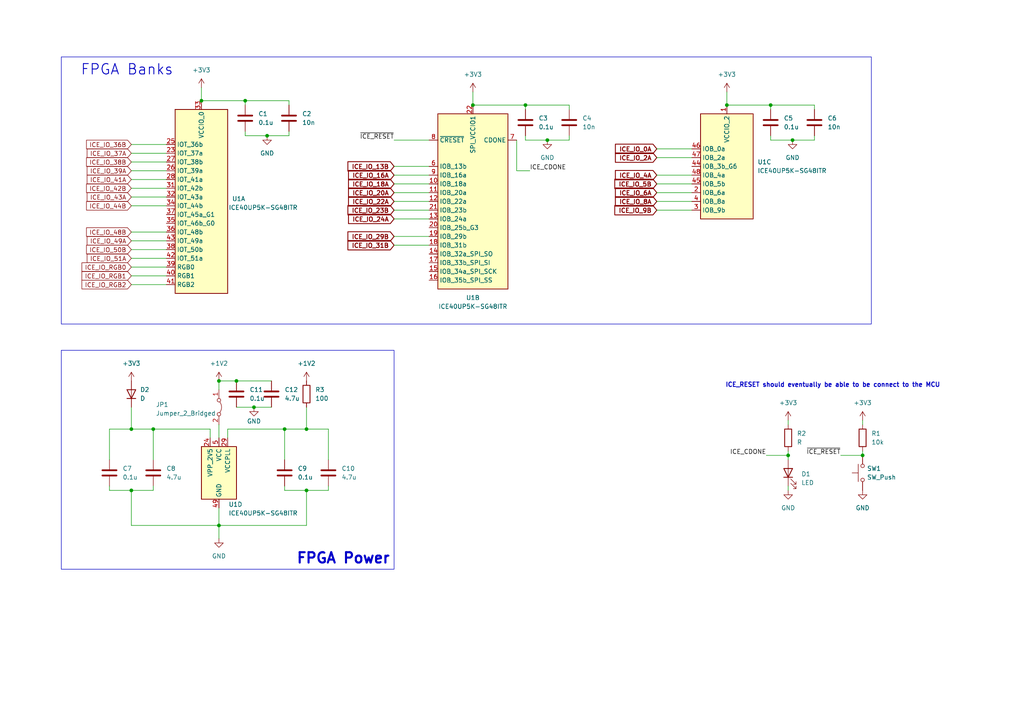
<source format=kicad_sch>
(kicad_sch (version 20231120) (generator "eeschema") (generator_version "8.0")
  (paper "A4")
  (lib_symbols
    (symbol "Device:C" (pin_numbers hide) (pin_names (offset 0.254))
      (property "Reference" "C" (at 0.635 2.54 0))
      (property "Value" "C" (at 0.635 -2.54 0))
      (symbol "C_0_1"
        (polyline (pts (xy -2.032 -0.762) (xy 2.032 -0.762)) (stroke (width 0.508)))
        (polyline (pts (xy -2.032 0.762) (xy 2.032 0.762)) (stroke (width 0.508)))
      )
      (symbol "C_1_1"
        (pin passive line (at 0 3.81 270) (length 2.794) (name "~") (number "1"))
        (pin passive line (at 0 -3.81 90) (length 2.794) (name "~") (number "2"))
      )
    )
    (symbol "Device:D" (pin_numbers hide) (pin_names (offset 1.016) hide)
      (property "Reference" "D" (at 0 2.54 0))
      (property "Value" "D" (at 0 -2.54 0))
      (symbol "D_0_1"
        (polyline (pts (xy -1.27 1.27) (xy -1.27 -1.27)) (stroke (width 0.254)))
        (polyline (pts (xy 1.27 0) (xy -1.27 0)))
        (polyline (pts (xy 1.27 1.27) (xy 1.27 -1.27) (xy -1.27 0) (xy 1.27 1.27)) (stroke (width 0.254)))
      )
      (symbol "D_1_1"
        (pin passive line (at -3.81 0 0) (length 2.54) (name "K") (number "1"))
        (pin passive line (at 3.81 0 180) (length 2.54) (name "A") (number "2"))
      )
    )
    (symbol "Device:LED" (pin_numbers hide) (pin_names (offset 1.016) hide)
      (property "Reference" "D" (at 0 2.54 0))
      (property "Value" "LED" (at 0 -2.54 0))
      (symbol "LED_0_1"
        (polyline (pts (xy -1.27 -1.27) (xy -1.27 1.27)) (stroke (width 0.254)))
        (polyline (pts (xy -1.27 0) (xy 1.27 0)))
        (polyline (pts (xy 1.27 -1.27) (xy 1.27 1.27) (xy -1.27 0) (xy 1.27 -1.27)) (stroke (width 0.254)))
        (polyline (pts (xy -3.048 -0.762) (xy -4.572 -2.286) (xy -3.81 -2.286) (xy -4.572 -2.286) (xy -4.572 -1.524)))
        (polyline (pts (xy -1.778 -0.762) (xy -3.302 -2.286) (xy -2.54 -2.286) (xy -3.302 -2.286) (xy -3.302 -1.524)))
      )
      (symbol "LED_1_1"
        (pin passive line (at -3.81 0 0) (length 2.54) (name "K") (number "1"))
        (pin passive line (at 3.81 0 180) (length 2.54) (name "A") (number "2"))
      )
    )
    (symbol "Device:R" (pin_numbers hide) (pin_names (offset 0))
      (property "Reference" "R" (at 2.032 0 90))
      (property "Value" "R" (at 0 0 90))
      (symbol "R_0_1"
        (rectangle (start -1.016 -2.54) (end 1.016 2.54) (stroke (width 0.254)))
      )
      (symbol "R_1_1"
        (pin passive line (at 0 3.81 270) (length 1.27) (name "~") (number "1"))
        (pin passive line (at 0 -3.81 90) (length 1.27) (name "~") (number "2"))
      )
    )
    (symbol "FPGA_Lattice:ICE40UP5K-SG48ITR"
      (property "Reference" "U" (at -8.89 -29.21 0))
      (property "Value" "ICE40UP5K-SG48ITR" (at 0 -31.75 0))
      (symbol "ICE40UP5K-SG48ITR_1_1"
        (rectangle (start -7.62 25.4) (end 7.62 -27.94) (stroke (width 0.254)) (fill (type background)))
        (pin bidirectional line (at -10.16 12.7 0) (length 2.54) (name "IOT_37a") (number "23"))
        (pin bidirectional line (at -10.16 15.24 0) (length 2.54) (name "IOT_36b") (number "25"))
        (pin bidirectional line (at -10.16 7.62 0) (length 2.54) (name "IOT_39a") (number "26"))
        (pin bidirectional line (at -10.16 10.16 0) (length 2.54) (name "IOT_38b") (number "27"))
        (pin bidirectional line (at -10.16 5.08 0) (length 2.54) (name "IOT_41a") (number "28"))
        (pin bidirectional line (at -10.16 2.54 0) (length 2.54) (name "IOT_42b") (number "31"))
        (pin bidirectional line (at -10.16 0 0) (length 2.54) (name "IOT_43a") (number "32"))
        (pin power_in line (at 0 27.94 270) (length 2.54) (name "VCCIO_0") (number "33"))
        (pin bidirectional line (at -10.16 -2.54 0) (length 2.54) (name "IOT_44b") (number "34"))
        (pin bidirectional line (at -10.16 -7.62 0) (length 2.54) (name "IOT_46b_G0") (number "35"))
        (pin bidirectional line (at -10.16 -10.16 0) (length 2.54) (name "IOT_48b") (number "36"))
        (pin bidirectional line (at -10.16 -5.08 0) (length 2.54) (name "IOT_45a_G1") (number "37"))
        (pin bidirectional line (at -10.16 -15.24 0) (length 2.54) (name "IOT_50b") (number "38"))
        (pin open_collector line (at -10.16 -20.32 0) (length 2.54) (name "RGB0") (number "39"))
        (pin open_collector line (at -10.16 -22.86 0) (length 2.54) (name "RGB1") (number "40"))
        (pin open_collector line (at -10.16 -25.4 0) (length 2.54) (name "RGB2") (number "41"))
        (pin bidirectional line (at -10.16 -17.78 0) (length 2.54) (name "IOT_51a") (number "42"))
        (pin bidirectional line (at -10.16 -12.7 0) (length 2.54) (name "IOT_49a") (number "43"))
      )
      (symbol "ICE40UP5K-SG48ITR_2_1"
        (rectangle (start -10.16 25.4) (end 10.16 -25.4) (stroke (width 0.254)) (fill (type background)))
        (pin bidirectional line (at -12.7 5.08 0) (length 2.54) (name "IOB_18a") (number "10"))
        (pin bidirectional line (at -12.7 2.54 0) (length 2.54) (name "IOB_20a") (number "11"))
        (pin bidirectional line (at -12.7 0 0) (length 2.54) (name "IOB_22a") (number "12"))
        (pin bidirectional line (at -12.7 -5.08 0) (length 2.54) (name "IOB_24a") (number "13"))
        (pin bidirectional line (at -12.7 -15.24 0) (length 2.54) (name "IOB_32a_SPI_SO") (number "14"))
        (pin bidirectional line (at -12.7 -20.32 0) (length 2.54) (name "IOB_34a_SPI_SCK") (number "15"))
        (pin bidirectional line (at -12.7 -22.86 0) (length 2.54) (name "IOB_35b_SPI_SS") (number "16"))
        (pin bidirectional line (at -12.7 -17.78 0) (length 2.54) (name "IOB_33b_SPI_SI") (number "17"))
        (pin bidirectional line (at -12.7 -12.7 0) (length 2.54) (name "IOB_31b") (number "18"))
        (pin bidirectional line (at -12.7 -10.16 0) (length 2.54) (name "IOB_29b") (number "19"))
        (pin bidirectional line (at -12.7 -7.62 0) (length 2.54) (name "IOB_25b_G3") (number "20"))
        (pin bidirectional line (at -12.7 -2.54 0) (length 2.54) (name "IOB_23b") (number "21"))
        (pin power_in line (at 0 27.94 270) (length 2.54) (name "SPI_VCCIO1") (number "22"))
        (pin bidirectional line (at -12.7 10.16 0) (length 2.54) (name "IOB_13b") (number "6"))
        (pin open_collector line (at 12.7 17.78 180) (length 2.54) (name "CDONE") (number "7"))
        (pin input line (at -12.7 17.78 0) (length 2.54) (name "~{CRESET}") (number "8"))
        (pin bidirectional line (at -12.7 7.62 0) (length 2.54) (name "IOB_16a") (number "9"))
      )
      (symbol "ICE40UP5K-SG48ITR_3_1"
        (rectangle (start -7.62 15.24) (end 7.62 -15.24) (stroke (width 0.254)) (fill (type background)))
        (pin power_in line (at 0 17.78 270) (length 2.54) (name "VCCIO_2") (number "1"))
        (pin bidirectional line (at -10.16 -7.62 0) (length 2.54) (name "IOB_6a") (number "2"))
        (pin bidirectional line (at -10.16 -12.7 0) (length 2.54) (name "IOB_9b") (number "3"))
        (pin bidirectional line (at -10.16 -10.16 0) (length 2.54) (name "IOB_8a") (number "4"))
        (pin bidirectional line (at -10.16 0 0) (length 2.54) (name "IOB_3b_G6") (number "44"))
        (pin bidirectional line (at -10.16 -5.08 0) (length 2.54) (name "IOB_5b") (number "45"))
        (pin bidirectional line (at -10.16 5.08 0) (length 2.54) (name "IOB_0a") (number "46"))
        (pin bidirectional line (at -10.16 2.54 0) (length 2.54) (name "IOB_2a") (number "47"))
        (pin bidirectional line (at -10.16 -2.54 0) (length 2.54) (name "IOB_4a") (number "48"))
      )
      (symbol "ICE40UP5K-SG48ITR_4_1"
        (rectangle (start -5.08 7.62) (end 5.08 -7.62) (stroke (width 0.254)) (fill (type background)))
        (pin power_in line (at -2.54 10.16 270) (length 2.54) (name "VPP_2V5") (number "24"))
        (pin power_out line (at 2.54 10.16 270) (length 2.54) (name "VCCPLL") (number "29"))
        (pin passive line (at 0 10.16 270) (length 2.54) hide (name "VCC") (number "30"))
        (pin power_in line (at 0 -10.16 90) (length 2.54) (name "GND") (number "49"))
        (pin power_in line (at 0 10.16 270) (length 2.54) (name "VCC") (number "5"))
      )
    )
    (symbol "Jumper:Jumper_2_Bridged" (pin_names (offset 0) hide)
      (property "Reference" "JP" (at 0 1.905 0))
      (property "Value" "Jumper_2_Bridged" (at 0 -2.54 0))
      (symbol "Jumper_2_Bridged_0_0"
        (circle (center -2.032 0) (radius 0.508))
        (circle (center 2.032 0) (radius 0.508))
      )
      (symbol "Jumper_2_Bridged_0_1"
        (arc (start 1.524 0.254) (mid 0 0.762) (end -1.524 0.254))
      )
      (symbol "Jumper_2_Bridged_1_1"
        (pin passive line (at -5.08 0 0) (length 2.54) (name "A") (number "1"))
        (pin passive line (at 5.08 0 180) (length 2.54) (name "B") (number "2"))
      )
    )
    (symbol "Switch:SW_Push" (pin_numbers hide) (pin_names (offset 1.016) hide)
      (property "Reference" "SW" (at 1.27 2.54 0))
      (property "Value" "SW_Push" (at 0 -1.524 0))
      (symbol "SW_Push_0_1"
        (circle (center -2.032 0) (radius 0.508))
        (polyline (pts (xy 0 1.27) (xy 0 3.048)))
        (polyline (pts (xy 2.54 1.27) (xy -2.54 1.27)))
        (circle (center 2.032 0) (radius 0.508))
        (pin passive line (at -5.08 0 0) (length 2.54) (name "1") (number "1"))
        (pin passive line (at 5.08 0 180) (length 2.54) (name "2") (number "2"))
      )
    )
    (symbol "power:+1V2" (power) (pin_names (offset 0))
      (property "Value" "+1V2" (at 0 3.556 0))
      (symbol "+1V2_0_1"
        (polyline (pts (xy -0.762 1.27) (xy 0 2.54)))
        (polyline (pts (xy 0 0) (xy 0 2.54)))
        (polyline (pts (xy 0 2.54) (xy 0.762 1.27)))
      )
      (symbol "+1V2_1_1"
        (pin power_in line (at 0 0 90) (length 0) hide (name "+1V2") (number "1"))
      )
    )
    (symbol "power:+3V3" (power) (pin_names (offset 0))
      (property "Value" "+3V3" (at 0 3.556 0))
      (symbol "+3V3_0_1"
        (polyline (pts (xy -0.762 1.27) (xy 0 2.54)))
        (polyline (pts (xy 0 0) (xy 0 2.54)))
        (polyline (pts (xy 0 2.54) (xy 0.762 1.27)))
      )
      (symbol "+3V3_1_1"
        (pin power_in line (at 0 0 90) (length 0) hide (name "+3V3") (number "1"))
      )
    )
    (symbol "power:GND" (power) (pin_names (offset 0))
      (property "Value" "GND" (at 0 -3.81 0))
      (symbol "GND_0_1"
        (polyline (pts (xy 0 0) (xy 0 -1.27) (xy 1.27 -1.27) (xy 0 -2.54) (xy -1.27 -1.27) (xy 0 -1.27)))
      )
      (symbol "GND_1_1"
        (pin power_in line (at 0 0 270) (length 0) hide (name "GND") (number "1"))
      )
    )
  )
  (junction (at 250.19 132.08))
  (junction (at 229.87 40.64))
  (junction (at 82.55 124.46))
  (junction (at 71.12 29.21))
  (junction (at 63.5 110.49))
  (junction (at 38.1 124.46))
  (junction (at 210.82 30.48))
  (junction (at 152.4 30.48))
  (junction (at 158.75 40.64))
  (junction (at 77.47 39.37))
  (junction (at 137.16 30.48))
  (junction (at 88.9 142.24))
  (junction (at 68.58 110.49))
  (junction (at 88.9 124.46))
  (junction (at 228.6 132.08))
  (junction (at 223.52 30.48))
  (junction (at 73.66 118.11))
  (junction (at 44.45 124.46))
  (junction (at 63.5 152.4))
  (junction (at 38.1 142.24))
  (junction (at 58.42 29.21))
  (wire (pts (xy 48.26 57.15) (xy 38.1 57.15)))
  (wire (pts (xy 73.66 118.11) (xy 78.74 118.11)))
  (wire (pts (xy 66.04 124.46) (xy 82.55 124.46)))
  (wire (pts (xy 82.55 140.97) (xy 82.55 142.24)))
  (wire (pts (xy 48.26 44.45) (xy 38.1 44.45)))
  (wire (pts (xy 95.25 142.24) (xy 95.25 140.97)))
  (wire (pts (xy 228.6 142.24) (xy 228.6 140.97)))
  (wire (pts (xy 152.4 30.48) (xy 165.1 30.48)))
  (wire (pts (xy 124.46 63.5) (xy 114.3 63.5)))
  (wire (pts (xy 58.42 29.21) (xy 71.12 29.21)))
  (wire (pts (xy 200.66 53.34) (xy 190.5 53.34)))
  (wire (pts (xy 229.87 40.64) (xy 236.22 40.64)))
  (wire (pts (xy 124.46 40.64) (xy 114.3 40.64)))
  (wire (pts (xy 48.26 67.31) (xy 38.1 67.31)))
  (wire (pts (xy 210.82 26.67) (xy 210.82 30.48)))
  (wire (pts (xy 124.46 55.88) (xy 114.3 55.88)))
  (wire (pts (xy 124.46 50.8) (xy 114.3 50.8)))
  (wire (pts (xy 124.46 68.58) (xy 114.3 68.58)))
  (wire (pts (xy 222.25 132.08) (xy 228.6 132.08)))
  (wire (pts (xy 250.19 121.92) (xy 250.19 123.19)))
  (wire (pts (xy 31.75 142.24) (xy 38.1 142.24)))
  (wire (pts (xy 88.9 118.11) (xy 88.9 124.46)))
  (wire (pts (xy 68.58 110.49) (xy 78.74 110.49)))
  (wire (pts (xy 71.12 29.21) (xy 71.12 30.48)))
  (wire (pts (xy 250.19 130.81) (xy 250.19 132.08)))
  (wire (pts (xy 228.6 132.08) (xy 228.6 130.81)))
  (wire (pts (xy 38.1 124.46) (xy 44.45 124.46)))
  (wire (pts (xy 48.26 59.69) (xy 38.1 59.69)))
  (wire (pts (xy 124.46 71.12) (xy 114.3 71.12)))
  (wire (pts (xy 71.12 39.37) (xy 77.47 39.37)))
  (wire (pts (xy 137.16 26.67) (xy 137.16 30.48)))
  (wire (pts (xy 228.6 133.35) (xy 228.6 132.08)))
  (wire (pts (xy 243.84 132.08) (xy 250.19 132.08)))
  (wire (pts (xy 48.26 49.53) (xy 38.1 49.53)))
  (wire (pts (xy 77.47 39.37) (xy 83.82 39.37)))
  (wire (pts (xy 236.22 30.48) (xy 236.22 31.75)))
  (wire (pts (xy 223.52 30.48) (xy 223.52 31.75)))
  (wire (pts (xy 158.75 40.64) (xy 165.1 40.64)))
  (wire (pts (xy 48.26 41.91) (xy 38.1 41.91)))
  (wire (pts (xy 38.1 152.4) (xy 63.5 152.4)))
  (wire (pts (xy 228.6 121.92) (xy 228.6 123.19)))
  (wire (pts (xy 60.96 124.46) (xy 60.96 127)))
  (wire (pts (xy 66.04 127) (xy 66.04 124.46)))
  (wire (pts (xy 48.26 69.85) (xy 38.1 69.85)))
  (wire (pts (xy 83.82 30.48) (xy 83.82 29.21)))
  (wire (pts (xy 137.16 30.48) (xy 152.4 30.48)))
  (wire (pts (xy 63.5 123.19) (xy 63.5 127)))
  (wire (pts (xy 38.1 142.24) (xy 38.1 152.4)))
  (wire (pts (xy 63.5 147.32) (xy 63.5 152.4)))
  (wire (pts (xy 152.4 30.48) (xy 152.4 31.75)))
  (wire (pts (xy 71.12 29.21) (xy 83.82 29.21)))
  (wire (pts (xy 153.67 49.53) (xy 149.86 49.53)))
  (wire (pts (xy 124.46 58.42) (xy 114.3 58.42)))
  (wire (pts (xy 38.1 142.24) (xy 44.45 142.24)))
  (wire (pts (xy 165.1 31.75) (xy 165.1 30.48)))
  (wire (pts (xy 71.12 38.1) (xy 71.12 39.37)))
  (wire (pts (xy 38.1 118.11) (xy 38.1 124.46)))
  (wire (pts (xy 63.5 110.49) (xy 63.5 113.03)))
  (wire (pts (xy 149.86 49.53) (xy 149.86 40.64)))
  (wire (pts (xy 48.26 72.39) (xy 38.1 72.39)))
  (wire (pts (xy 68.58 118.11) (xy 73.66 118.11)))
  (wire (pts (xy 200.66 43.18) (xy 190.5 43.18)))
  (wire (pts (xy 88.9 152.4) (xy 63.5 152.4)))
  (wire (pts (xy 124.46 53.34) (xy 114.3 53.34)))
  (wire (pts (xy 124.46 60.96) (xy 114.3 60.96)))
  (wire (pts (xy 48.26 54.61) (xy 38.1 54.61)))
  (wire (pts (xy 38.1 124.46) (xy 31.75 124.46)))
  (wire (pts (xy 200.66 58.42) (xy 190.5 58.42)))
  (wire (pts (xy 31.75 124.46) (xy 31.75 133.35)))
  (wire (pts (xy 223.52 39.37) (xy 223.52 40.64)))
  (wire (pts (xy 31.75 140.97) (xy 31.75 142.24)))
  (wire (pts (xy 88.9 142.24) (xy 88.9 152.4)))
  (wire (pts (xy 44.45 124.46) (xy 44.45 133.35)))
  (wire (pts (xy 44.45 124.46) (xy 60.96 124.46)))
  (wire (pts (xy 152.4 40.64) (xy 158.75 40.64)))
  (wire (pts (xy 152.4 39.37) (xy 152.4 40.64)))
  (wire (pts (xy 48.26 46.99) (xy 38.1 46.99)))
  (wire (pts (xy 200.66 50.8) (xy 190.5 50.8)))
  (wire (pts (xy 200.66 60.96) (xy 190.5 60.96)))
  (wire (pts (xy 48.26 82.55) (xy 38.1 82.55)))
  (wire (pts (xy 165.1 40.64) (xy 165.1 39.37)))
  (wire (pts (xy 223.52 40.64) (xy 229.87 40.64)))
  (wire (pts (xy 48.26 77.47) (xy 38.1 77.47)))
  (wire (pts (xy 82.55 124.46) (xy 82.55 133.35)))
  (wire (pts (xy 63.5 152.4) (xy 63.5 156.21)))
  (wire (pts (xy 88.9 124.46) (xy 95.25 124.46)))
  (wire (pts (xy 236.22 40.64) (xy 236.22 39.37)))
  (wire (pts (xy 200.66 55.88) (xy 190.5 55.88)))
  (wire (pts (xy 88.9 142.24) (xy 95.25 142.24)))
  (wire (pts (xy 63.5 110.49) (xy 68.58 110.49)))
  (wire (pts (xy 44.45 142.24) (xy 44.45 140.97)))
  (wire (pts (xy 48.26 74.93) (xy 38.1 74.93)))
  (wire (pts (xy 210.82 30.48) (xy 223.52 30.48)))
  (wire (pts (xy 223.52 30.48) (xy 236.22 30.48)))
  (wire (pts (xy 83.82 39.37) (xy 83.82 38.1)))
  (wire (pts (xy 48.26 52.07) (xy 38.1 52.07)))
  (wire (pts (xy 58.42 25.4) (xy 58.42 29.21)))
  (wire (pts (xy 82.55 124.46) (xy 88.9 124.46)))
  (wire (pts (xy 82.55 142.24) (xy 88.9 142.24)))
  (wire (pts (xy 48.26 80.01) (xy 38.1 80.01)))
  (wire (pts (xy 124.46 48.26) (xy 114.3 48.26)))
  (wire (pts (xy 95.25 124.46) (xy 95.25 133.35)))
  (wire (pts (xy 200.66 45.72) (xy 190.5 45.72)))
  (rectangle (start 17.78 101.6) (end 114.3 165.1))
  (rectangle (start 17.78 16.51) (end 252.73 93.98))
  (text "FPGA Power" (at 99.568 162.052 0) (effects (font (size 3 3) (bold yes))))
  (text "FPGA Banks" (at 36.83 20.32 0) (effects (font (size 3 3) (thickness 0.254) (bold yes))))
  (text "ICE_RESET should eventually be able to be connect to the MCU" (at 241.554 111.76 0) (effects (font (size 1.27 1.27) (bold yes))))
  (label "ICE_CDONE" (at 222.25 132.08 180))
  (label "~{ICE_RESET}" (at 243.84 132.08 180))
  (label "~{ICE_RESET}" (at 114.3 40.64 180))
  (label "ICE_CDONE" (at 153.67 49.53 0))
  (global_label "ICE_IO_RGB0" (shape input) (at 38.1 77.47 180) (property "Intersheetrefs" "${INTERSHEET_REFS}" (effects (hide yes))))
  (global_label "ICE_IO_20A" (shape input) (at 114.3 55.88 180) (effects (font (bold yes))) (property "Intersheetrefs" "${INTERSHEET_REFS}" (effects (hide yes))))
  (global_label "ICE_IO_36B" (shape input) (at 38.1 41.91 180) (property "Intersheetrefs" "${INTERSHEET_REFS}" (effects (hide yes))))
  (global_label "ICE_IO_43A" (shape input) (at 38.1 57.15 180) (property "Intersheetrefs" "${INTERSHEET_REFS}" (effects (hide yes))))
  (global_label "ICE_IO_8A" (shape input) (at 190.5 58.42 180) (effects (font (bold yes))) (property "Intersheetrefs" "${INTERSHEET_REFS}" (effects (hide yes))))
  (global_label "ICE_IO_38B" (shape input) (at 38.1 46.99 180) (property "Intersheetrefs" "${INTERSHEET_REFS}" (effects (hide yes))))
  (global_label "ICE_IO_2A" (shape input) (at 190.5 45.72 180) (effects (font (bold yes))) (property "Intersheetrefs" "${INTERSHEET_REFS}" (effects (hide yes))))
  (global_label "ICE_IO_6A" (shape input) (at 190.5 55.88 180) (effects (font (bold yes))) (property "Intersheetrefs" "${INTERSHEET_REFS}" (effects (hide yes))))
  (global_label "ICE_IO_9B" (shape input) (at 190.5 60.96 180) (effects (font (bold yes))) (property "Intersheetrefs" "${INTERSHEET_REFS}" (effects (hide yes))))
  (global_label "ICE_IO_51A" (shape input) (at 38.1 74.93 180) (property "Intersheetrefs" "${INTERSHEET_REFS}" (effects (hide yes))))
  (global_label "ICE_IO_49A" (shape input) (at 38.1 69.85 180) (property "Intersheetrefs" "${INTERSHEET_REFS}" (effects (hide yes))))
  (global_label "ICE_IO_18A" (shape input) (at 114.3 53.34 180) (effects (font (bold yes))) (property "Intersheetrefs" "${INTERSHEET_REFS}" (effects (hide yes))))
  (global_label "ICE_IO_RGB1" (shape input) (at 38.1 80.01 180) (property "Intersheetrefs" "${INTERSHEET_REFS}" (effects (hide yes))))
  (global_label "ICE_IO_16A" (shape input) (at 114.3 50.8 180) (effects (font (bold yes))) (property "Intersheetrefs" "${INTERSHEET_REFS}" (effects (hide yes))))
  (global_label "ICE_IO_4A" (shape input) (at 190.5 50.8 180) (effects (font (bold yes))) (property "Intersheetrefs" "${INTERSHEET_REFS}" (effects (hide yes))))
  (global_label "ICE_IO_41A" (shape input) (at 38.1 52.07 180) (property "Intersheetrefs" "${INTERSHEET_REFS}" (effects (hide yes))))
  (global_label "ICE_IO_13B" (shape input) (at 114.3 48.26 180) (effects (font (bold yes))) (property "Intersheetrefs" "${INTERSHEET_REFS}" (effects (hide yes))))
  (global_label "ICE_IO_0A" (shape input) (at 190.5 43.18 180) (effects (font (bold yes))) (property "Intersheetrefs" "${INTERSHEET_REFS}" (effects (hide yes))))
  (global_label "ICE_IO_50B" (shape input) (at 38.1 72.39 180) (property "Intersheetrefs" "${INTERSHEET_REFS}" (effects (hide yes))))
  (global_label "ICE_IO_37A" (shape input) (at 38.1 44.45 180) (property "Intersheetrefs" "${INTERSHEET_REFS}" (effects (hide yes))))
  (global_label "ICE_IO_22A" (shape input) (at 114.3 58.42 180) (effects (font (bold yes))) (property "Intersheetrefs" "${INTERSHEET_REFS}" (effects (hide yes))))
  (global_label "ICE_IO_29B" (shape input) (at 114.3 68.58 180) (effects (font (bold yes))) (property "Intersheetrefs" "${INTERSHEET_REFS}" (effects (hide yes))))
  (global_label "ICE_IO_24A" (shape input) (at 114.3 63.5 180) (effects (font (bold yes))) (property "Intersheetrefs" "${INTERSHEET_REFS}" (effects (hide yes))))
  (global_label "ICE_IO_23B" (shape input) (at 114.3 60.96 180) (effects (font (bold yes))) (property "Intersheetrefs" "${INTERSHEET_REFS}" (effects (hide yes))))
  (global_label "ICE_IO_48B" (shape input) (at 38.1 67.31 180) (property "Intersheetrefs" "${INTERSHEET_REFS}" (effects (hide yes))))
  (global_label "ICE_IO_44B" (shape input) (at 38.1 59.69 180) (property "Intersheetrefs" "${INTERSHEET_REFS}" (effects (hide yes))))
  (global_label "ICE_IO_RGB2" (shape input) (at 38.1 82.55 180) (property "Intersheetrefs" "${INTERSHEET_REFS}" (effects (hide yes))))
  (global_label "ICE_IO_5B" (shape input) (at 190.5 53.34 180) (effects (font (bold yes))) (property "Intersheetrefs" "${INTERSHEET_REFS}" (effects (hide yes))))
  (global_label "ICE_IO_42B" (shape input) (at 38.1 54.61 180) (property "Intersheetrefs" "${INTERSHEET_REFS}" (effects (hide yes))))
  (global_label "ICE_IO_31B" (shape input) (at 114.3 71.12 180) (effects (font (bold yes))) (property "Intersheetrefs" "${INTERSHEET_REFS}" (effects (hide yes))))
  (global_label "ICE_IO_39A" (shape input) (at 38.1 49.53 180) (property "Intersheetrefs" "${INTERSHEET_REFS}" (effects (hide yes))))
  (symbol (lib_id "power:+1V2") (at 88.9 110.49 0) (unit 1)
    (property "Reference" "#PWR013" (effects (hide yes)))
    (property "Value" "+1V2" (at 88.9 105.41 0))
    (property "Description" "Power symbol creates a global label with name \"+1V2\"" (effects (hide yes)))
  )
  (symbol (lib_id "Device:C") (at 95.25 137.16 0) (unit 1)
    (property "Reference" "C10" (at 99.06 135.8899 0) (effects (justify left)))
    (property "Value" "4.7u" (at 99.06 138.4299 0) (effects (justify left)))
    (property "Description" "Unpolarized capacitor" (effects (hide yes)))
  )
  (symbol (lib_id "Device:C") (at 152.4 35.56 0) (unit 1)
    (property "Reference" "C3" (at 156.21 34.2899 0) (effects (justify left)))
    (property "Value" "0.1u" (at 156.21 36.8299 0) (effects (justify left)))
    (property "Description" "Unpolarized capacitor" (effects (hide yes)))
  )
  (symbol (lib_id "power:+3V3") (at 58.42 25.4 0) (unit 1)
    (property "Reference" "#PWR04" (effects (hide yes)))
    (property "Value" "+3V3" (at 58.42 20.32 0))
    (property "Description" "Power symbol creates a global label with name \"+3V3\"" (effects (hide yes)))
  )
  (symbol (lib_id "FPGA_Lattice:ICE40UP5K-SG48ITR") (at 137.16 58.42 0) (unit 2)
    (property "Reference" "U1" (at 137.16 86.36 0))
    (property "Value" "ICE40UP5K-SG48ITR" (at 137.16 88.9 0))
    (property "Footprint" "Package_DFN_QFN:QFN-48-1EP_7x7mm_P0.5mm_EP5.6x5.6mm" (effects (hide yes)))
    (property "Datasheet" "http://www.latticesemi.com/Products/FPGAandCPLD/iCE40Ultra" (effects (hide yes)))
    (property "Description" "iCE40 UltraPlus FPGA, 5280 LUTs, 1.2V, 48-pin QFN" (effects (hide yes)))
  )
  (symbol (lib_id "Device:C") (at 78.74 114.3 0) (unit 1)
    (property "Reference" "C12" (at 82.55 113.0299 0) (effects (justify left)))
    (property "Value" "4.7u" (at 82.55 115.5699 0) (effects (justify left)))
    (property "Description" "Unpolarized capacitor" (effects (hide yes)))
  )
  (symbol (lib_id "power:GND") (at 250.19 142.24 0) (unit 1)
    (property "Reference" "#PWR02" (effects (hide yes)))
    (property "Value" "GND" (at 250.19 147.32 0))
    (property "Description" "Power symbol creates a global label with name \"GND\" , ground" (effects (hide yes)))
  )
  (symbol (lib_id "power:GND") (at 73.66 118.11 0) (unit 1)
    (property "Reference" "#PWR015" (effects (hide yes)))
    (property "Value" "GND" (at 73.66 122.174 0))
    (property "Description" "Power symbol creates a global label with name \"GND\" , ground" (effects (hide yes)))
  )
  (symbol (lib_id "Device:D") (at 38.1 114.3 90) (unit 1)
    (property "Reference" "D2" (at 40.64 113.0299 90) (effects (justify right)))
    (property "Value" "D" (at 40.64 115.5699 90) (effects (justify right)))
    (property "Description" "Diode" (effects (hide yes)))
    (property "Sim.Device" "D" (effects (hide yes)))
    (property "Sim.Pins" "1=K 2=A" (effects (hide yes)))
  )
  (symbol (lib_id "FPGA_Lattice:ICE40UP5K-SG48ITR") (at 63.5 137.16 0) (unit 4)
    (property "Reference" "U1" (at 66.294 146.304 0) (effects (justify left)))
    (property "Value" "ICE40UP5K-SG48ITR" (at 66.294 148.844 0) (effects (justify left)))
    (property "Footprint" "Package_DFN_QFN:QFN-48-1EP_7x7mm_P0.5mm_EP5.6x5.6mm" (effects (hide yes)))
    (property "Datasheet" "http://www.latticesemi.com/Products/FPGAandCPLD/iCE40Ultra" (effects (hide yes)))
    (property "Description" "iCE40 UltraPlus FPGA, 5280 LUTs, 1.2V, 48-pin QFN" (effects (hide yes)))
  )
  (symbol (lib_id "Device:C") (at 82.55 137.16 0) (unit 1)
    (property "Reference" "C9" (at 86.36 135.8899 0) (effects (justify left)))
    (property "Value" "0.1u" (at 86.36 138.4299 0) (effects (justify left)))
    (property "Description" "Unpolarized capacitor" (effects (hide yes)))
  )
  (symbol (lib_id "Device:C") (at 165.1 35.56 0) (unit 1)
    (property "Reference" "C4" (at 168.91 34.2899 0) (effects (justify left)))
    (property "Value" "10n" (at 168.91 36.8299 0) (effects (justify left)))
    (property "Description" "Unpolarized capacitor" (effects (hide yes)))
  )
  (symbol (lib_id "Device:R") (at 250.19 127 0) (unit 1)
    (property "Reference" "R1" (at 252.73 125.7299 0) (effects (justify left)))
    (property "Value" "10k" (at 252.73 128.2699 0) (effects (justify left)))
    (property "Description" "Resistor" (effects (hide yes)))
  )
  (symbol (lib_id "Device:C") (at 68.58 114.3 0) (unit 1)
    (property "Reference" "C11" (at 72.39 113.0299 0) (effects (justify left)))
    (property "Value" "0.1u" (at 72.39 115.5699 0) (effects (justify left)))
    (property "Description" "Unpolarized capacitor" (effects (hide yes)))
  )
  (symbol (lib_id "Device:C") (at 236.22 35.56 0) (unit 1)
    (property "Reference" "C6" (at 240.03 34.2899 0) (effects (justify left)))
    (property "Value" "10n" (at 240.03 36.8299 0) (effects (justify left)))
    (property "Description" "Unpolarized capacitor" (effects (hide yes)))
  )
  (symbol (lib_id "Device:C") (at 31.75 137.16 0) (unit 1)
    (property "Reference" "C7" (at 35.56 135.8899 0) (effects (justify left)))
    (property "Value" "0.1u" (at 35.56 138.4299 0) (effects (justify left)))
    (property "Description" "Unpolarized capacitor" (effects (hide yes)))
  )
  (symbol (lib_id "power:GND") (at 77.47 39.37 0) (unit 1)
    (property "Reference" "#PWR03" (effects (hide yes)))
    (property "Value" "GND" (at 77.47 44.45 0))
    (property "Description" "Power symbol creates a global label with name \"GND\" , ground" (effects (hide yes)))
  )
  (symbol (lib_id "power:+3V3") (at 250.19 121.92 0) (unit 1)
    (property "Reference" "#PWR06" (effects (hide yes)))
    (property "Value" "+3V3" (at 250.19 116.84 0))
    (property "Description" "Power symbol creates a global label with name \"+3V3\"" (effects (hide yes)))
  )
  (symbol (lib_id "power:+1V2") (at 63.5 110.49 0) (unit 1)
    (property "Reference" "#PWR014" (effects (hide yes)))
    (property "Value" "+1V2" (at 63.5 105.41 0))
    (property "Description" "Power symbol creates a global label with name \"+1V2\"" (effects (hide yes)))
  )
  (symbol (lib_id "Device:LED") (at 228.6 137.16 90) (unit 1)
    (property "Reference" "D1" (at 232.41 137.4774 90) (effects (justify right)))
    (property "Value" "LED" (at 232.41 140.0174 90) (effects (justify right)))
    (property "Description" "Light emitting diode" (effects (hide yes)))
  )
  (symbol (lib_id "Device:R") (at 88.9 114.3 0) (unit 1)
    (property "Reference" "R3" (at 91.44 113.0299 0) (effects (justify left)))
    (property "Value" "100" (at 91.44 115.5699 0) (effects (justify left)))
    (property "Description" "Resistor" (effects (hide yes)))
  )
  (symbol (lib_id "power:GND") (at 228.6 142.24 0) (unit 1)
    (property "Reference" "#PWR07" (effects (hide yes)))
    (property "Value" "GND" (at 228.6 147.32 0))
    (property "Description" "Power symbol creates a global label with name \"GND\" , ground" (effects (hide yes)))
  )
  (symbol (lib_id "Device:C") (at 71.12 34.29 0) (unit 1)
    (property "Reference" "C1" (at 74.93 33.0199 0) (effects (justify left)))
    (property "Value" "0.1u" (at 74.93 35.5599 0) (effects (justify left)))
    (property "Description" "Unpolarized capacitor" (effects (hide yes)))
  )
  (symbol (lib_id "FPGA_Lattice:ICE40UP5K-SG48ITR") (at 58.42 57.15 0) (unit 1)
    (property "Reference" "U1" (at 67.31 57.658 0) (effects (justify left)))
    (property "Value" "ICE40UP5K-SG48ITR" (at 66.294 60.198 0) (effects (justify left)))
    (property "Footprint" "Package_DFN_QFN:QFN-48-1EP_7x7mm_P0.5mm_EP5.6x5.6mm" (effects (hide yes)))
    (property "Datasheet" "http://www.latticesemi.com/Products/FPGAandCPLD/iCE40Ultra" (effects (hide yes)))
    (property "Description" "iCE40 UltraPlus FPGA, 5280 LUTs, 1.2V, 48-pin QFN" (effects (hide yes)))
  )
  (symbol (lib_id "power:+3V3") (at 137.16 26.67 0) (unit 1)
    (property "Reference" "#PWR08" (effects (hide yes)))
    (property "Value" "+3V3" (at 137.16 21.59 0))
    (property "Description" "Power symbol creates a global label with name \"+3V3\"" (effects (hide yes)))
  )
  (symbol (lib_id "Jumper:Jumper_2_Bridged") (at 63.5 118.11 270) (unit 1)
    (property "Reference" "JP1" (at 45.212 117.348 90) (effects (justify left)))
    (property "Value" "Jumper_2_Bridged" (at 45.212 119.888 90) (effects (justify left)))
    (property "Description" "Jumper, 2-pole, closed/bridged" (effects (hide yes)))
  )
  (symbol (lib_id "Switch:SW_Push") (at 250.19 137.16 90) (unit 1)
    (property "Reference" "SW1" (at 251.46 135.8899 90) (effects (justify right)))
    (property "Value" "SW_Push" (at 251.46 138.4299 90) (effects (justify right)))
    (property "Description" "Push button switch, generic, two pins" (effects (hide yes)))
  )
  (symbol (lib_id "Device:C") (at 223.52 35.56 0) (unit 1)
    (property "Reference" "C5" (at 227.33 34.2899 0) (effects (justify left)))
    (property "Value" "0.1u" (at 227.33 36.8299 0) (effects (justify left)))
    (property "Description" "Unpolarized capacitor" (effects (hide yes)))
  )
  (symbol (lib_id "power:+3V3") (at 38.1 110.49 0) (unit 1)
    (property "Reference" "#PWR012" (effects (hide yes)))
    (property "Value" "+3V3" (at 38.1 105.41 0))
    (property "Description" "Power symbol creates a global label with name \"+3V3\"" (effects (hide yes)))
  )
  (symbol (lib_id "FPGA_Lattice:ICE40UP5K-SG48ITR") (at 210.82 48.26 0) (unit 3)
    (property "Reference" "U1" (at 219.71 46.9899 0) (effects (justify left)))
    (property "Value" "ICE40UP5K-SG48ITR" (at 219.71 49.5299 0) (effects (justify left)))
    (property "Footprint" "Package_DFN_QFN:QFN-48-1EP_7x7mm_P0.5mm_EP5.6x5.6mm" (effects (hide yes)))
    (property "Datasheet" "http://www.latticesemi.com/Products/FPGAandCPLD/iCE40Ultra" (effects (hide yes)))
    (property "Description" "iCE40 UltraPlus FPGA, 5280 LUTs, 1.2V, 48-pin QFN" (effects (hide yes)))
  )
  (symbol (lib_id "Device:C") (at 44.45 137.16 0) (unit 1)
    (property "Reference" "C8" (at 48.26 135.8899 0) (effects (justify left)))
    (property "Value" "4.7u" (at 48.26 138.4299 0) (effects (justify left)))
    (property "Description" "Unpolarized capacitor" (effects (hide yes)))
  )
  (symbol (lib_id "power:+3V3") (at 228.6 121.92 0) (unit 1)
    (property "Reference" "#PWR01" (effects (hide yes)))
    (property "Value" "+3V3" (at 228.6 116.84 0))
    (property "Description" "Power symbol creates a global label with name \"+3V3\"" (effects (hide yes)))
  )
  (symbol (lib_id "power:GND") (at 158.75 40.64 0) (unit 1)
    (property "Reference" "#PWR05" (effects (hide yes)))
    (property "Value" "GND" (at 158.75 45.72 0))
    (property "Description" "Power symbol creates a global label with name \"GND\" , ground" (effects (hide yes)))
  )
  (symbol (lib_id "power:GND") (at 229.87 40.64 0) (unit 1)
    (property "Reference" "#PWR09" (effects (hide yes)))
    (property "Value" "GND" (at 229.87 45.72 0))
    (property "Description" "Power symbol creates a global label with name \"GND\" , ground" (effects (hide yes)))
  )
  (symbol (lib_id "Device:R") (at 228.6 127 0) (unit 1)
    (property "Reference" "R2" (at 231.14 125.7299 0) (effects (justify left)))
    (property "Value" "R" (at 231.14 128.2699 0) (effects (justify left)))
    (property "Description" "Resistor" (effects (hide yes)))
  )
  (symbol (lib_id "power:+3V3") (at 210.82 26.67 0) (unit 1)
    (property "Reference" "#PWR010" (effects (hide yes)))
    (property "Value" "+3V3" (at 210.82 21.59 0))
    (property "Description" "Power symbol creates a global label with name \"+3V3\"" (effects (hide yes)))
  )
  (symbol (lib_id "power:GND") (at 63.5 156.21 0) (unit 1)
    (property "Reference" "#PWR011" (effects (hide yes)))
    (property "Value" "GND" (at 63.5 161.29 0))
    (property "Description" "Power symbol creates a global label with name \"GND\" , ground" (effects (hide yes)))
  )
  (symbol (lib_id "Device:C") (at 83.82 34.29 0) (unit 1)
    (property "Reference" "C2" (at 87.63 33.0199 0) (effects (justify left)))
    (property "Value" "10n" (at 87.63 35.5599 0) (effects (justify left)))
    (property "Description" "Unpolarized capacitor" (effects (hide yes)))
  )
)
</source>
